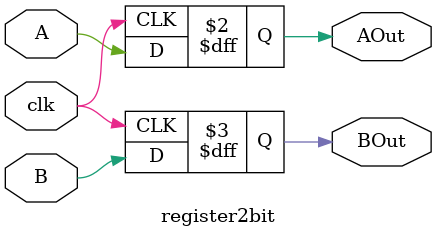
<source format=v>
`timescale 1ns / 1ps


module register2bit(
    input A,
    input B,
    input clk,
    output reg AOut,
    output reg BOut
    );
    
    always@(posedge(clk))
    begin
        AOut <= A;
        BOut <= B;
    end
endmodule

</source>
